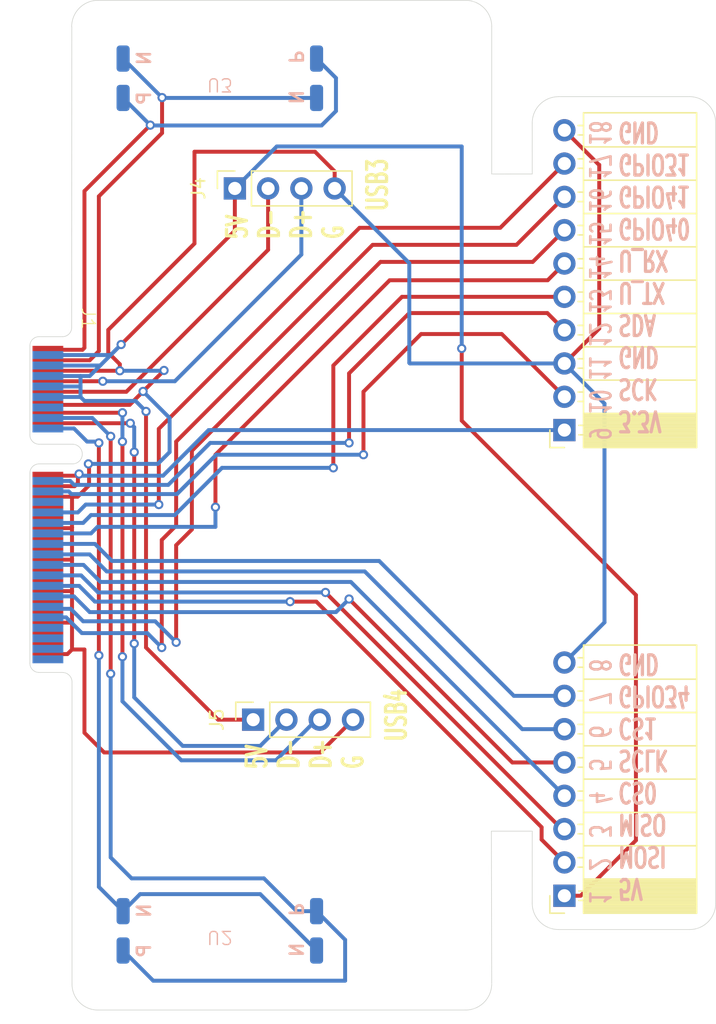
<source format=kicad_pcb>
(kicad_pcb (version 20241229) (generator "pcbnew") (generator_version "9.0")
  (layers (0 "F.Cu" signal) (2 "B.Cu" signal) (13 "F.Paste" user) (15 "B.Paste" user) (5 "F.SilkS" user "F.Silkscreen") (7 "B.SilkS" user "B.Silkscreen") (1 "F.Mask" user) (3 "B.Mask" user) (25 "Edge.Cuts" user))
  (net 0 "")
  (net 1 "+5V")
  (net 2 "GND")
  (net 3 "+3.3V")
  (net 4 "TXD0")
  (net 5 "RXD0")
  (net 6 "CTS0")
  (net 9 "SDA")
  (net 10 "RTS0")
  (net 11 "SPI_MOSI")
  (net 12 "USB3_DN")
  (net 13 "USB3_DP")
  (net 15 "GPIO40")
  (net 16 "USB4_DP")
  (net 17 "SPI_SCLK")
  (net 24 "SCL")
  (net 25 "SPI_MISO")
  (net 28 "SPI_CE0")
  (net 30 "SPI_CE1")
  (net 32 "GPIO34")
  (net 34 "USB4_DN")
  (net 35 "GPIO41")
  (net 36 "/SPK_RN")
  (net 37 "/SPK_LN")
  (net 38 "/SPK_RP")
  (net 39 "/SPK_LP")
  (footprint "Connector_PinSocket_2.54mm:PinSocket_1x04_P2.54mm_Vertical" (layer "F.Cu") (at 119.68 93.4 90)
    (property "Reference" "J5" (at 0 -2.77 90) (layer "F.SilkS"))
    (property "Value" "USB2" (hide yes))
    (fp_line (start 1.33 -1.33) (end 1.33 0) (stroke (width 0.12)) (layer "F.SilkS"))
    (fp_line (start 0 -1.33) (end 1.33 -1.33) (stroke (width 0.12)) (layer "F.SilkS"))
    (fp_line (start 1.33 1.27) (end 1.33 8.95) (stroke (width 0.12)) (layer "F.SilkS"))
    (fp_line (start -1.33 1.27) (end 1.33 1.27) (stroke (width 0.12)) (layer "F.SilkS"))
    (fp_line (start -1.33 1.27) (end -1.33 8.95) (stroke (width 0.12)) (layer "F.SilkS"))
    (fp_line (start -1.33 8.95) (end 1.33 8.95) (stroke (width 0.12)) (layer "F.SilkS"))
    (pad "1" thru_hole rect (at 0 0 90) (size 1.7 1.7) (drill 1) (layers "*.Cu" "*.Mask") (net 1 "+5V"))
    (pad "2" thru_hole circle (at 0 2.54 90) (size 1.7 1.7) (drill 1) (layers "*.Cu" "*.Mask") (net 34 "USB4_DN"))
    (pad "3" thru_hole circle (at 0 5.08 90) (size 1.7 1.7) (drill 1) (layers "*.Cu" "*.Mask") (net 16 "USB4_DP"))
    (pad "4" thru_hole circle (at 0 7.62 90) (size 1.7 1.7) (drill 1) (layers "*.Cu" "*.Mask") (net 2 "GND"))
  )
  (footprint "Connector_PinSocket_2.54mm:PinSocket_1x10_P2.54mm_Horizontal" (layer "F.Cu") (at 143.440164 71.322884 180)
    (property "Reference" "J3" (hide yes))
    (property "Value" "F0_2" (hide yes))
    (fp_line (start 1.11 -1.33) (end 1.11 0) (stroke (width 0.12)) (layer "F.SilkS"))
    (fp_line (start 0 -1.33) (end 1.11 -1.33) (stroke (width 0.12)) (layer "F.SilkS"))
    (fp_line (start -1.46 23.22) (end -1.05 23.22) (stroke (width 0.12)) (layer "F.SilkS"))
    (fp_line (start -1.46 22.5) (end -1.05 22.5) (stroke (width 0.12)) (layer "F.SilkS"))
    (fp_line (start -1.46 20.68) (end -1.05 20.68) (stroke (width 0.12)) (layer "F.SilkS"))
    (fp_line (start -1.46 19.96) (end -1.05 19.96) (stroke (width 0.12)) (layer "F.SilkS"))
    (fp_line (start -1.46 18.14) (end -1.05 18.14) (stroke (width 0.12)) (layer "F.SilkS"))
    (fp_line (start -1.46 17.42) (end -1.05 17.42) (stroke (width 0.12)) (layer "F.SilkS"))
    (fp_line (start -1.46 15.6) (end -1.05 15.6) (stroke (width 0.12)) (layer "F.SilkS"))
    (fp_line (start -1.46 14.88) (end -1.05 14.88) (stroke (width 0.12)) (layer "F.SilkS"))
    (fp_line (start -1.46 13.06) (end -1.05 13.06) (stroke (width 0.12)) (layer "F.SilkS"))
    (fp_line (start -1.46 12.34) (end -1.05 12.34) (stroke (width 0.12)) (layer "F.SilkS"))
    (fp_line (start -1.46 10.52) (end -1.05 10.52) (stroke (width 0.12)) (layer "F.SilkS"))
    (fp_line (start -1.46 9.8) (end -1.05 9.8) (stroke (width 0.12)) (layer "F.SilkS"))
    (fp_line (start -1.46 7.98) (end -1.05 7.98) (stroke (width 0.12)) (layer "F.SilkS"))
    (fp_line (start -1.46 7.26) (end -1.05 7.26) (stroke (width 0.12)) (layer "F.SilkS"))
    (fp_line (start -1.46 5.44) (end -1.05 5.44) (stroke (width 0.12)) (layer "F.SilkS"))
    (fp_line (start -1.46 4.72) (end -1.05 4.72) (stroke (width 0.12)) (layer "F.SilkS"))
    (fp_line (start -1.46 2.9) (end -1.05 2.9) (stroke (width 0.12)) (layer "F.SilkS"))
    (fp_line (start -1.46 2.18) (end -1.05 2.18) (stroke (width 0.12)) (layer "F.SilkS"))
    (fp_line (start -1.46 0.36) (end -1.11 0.36) (stroke (width 0.12)) (layer "F.SilkS"))
    (fp_line (start -1.46 -0.36) (end -1.11 -0.36) (stroke (width 0.12)) (layer "F.SilkS"))
    (fp_line (start -1.46 -1.33) (end -1.46 24.19) (stroke (width 0.12)) (layer "F.SilkS"))
    (fp_line (start -10.09 24.19) (end -1.46 24.19) (stroke (width 0.12)) (layer "F.SilkS"))
    (fp_line (start -10.09 21.59) (end -1.46 21.59) (stroke (width 0.12)) (layer "F.SilkS"))
    (fp_line (start -10.09 19.05) (end -1.46 19.05) (stroke (width 0.12)) (layer "F.SilkS"))
    (fp_line (start -10.09 16.51) (end -1.46 16.51) (stroke (width 0.12)) (layer "F.SilkS"))
    (fp_line (start -10.09 13.97) (end -1.46 13.97) (stroke (width 0.12)) (layer "F.SilkS"))
    (fp_line (start -10.09 11.43) (end -1.46 11.43) (stroke (width 0.12)) (layer "F.SilkS"))
    (fp_line (start -10.09 8.89) (end -1.46 8.89) (stroke (width 0.12)) (layer "F.SilkS"))
    (fp_line (start -10.09 6.35) (end -1.46 6.35) (stroke (width 0.12)) (layer "F.SilkS"))
    (fp_line (start -10.09 3.81) (end -1.46 3.81) (stroke (width 0.12)) (layer "F.SilkS"))
    (fp_line (start -10.09 1.27) (end -1.46 1.27) (stroke (width 0.12)) (layer "F.SilkS"))
    (fp_line (start -10.09 1.1519) (end -1.46 1.1519) (stroke (width 0.12)) (layer "F.SilkS"))
    (fp_line (start -10.09 1.033805) (end -1.46 1.033805) (stroke (width 0.12)) (layer "F.SilkS"))
    (fp_line (start -10.09 0.91571) (end -1.46 0.91571) (stroke (width 0.12)) (layer "F.SilkS"))
    (fp_line (start -10.09 0.797615) (end -1.46 0.797615) (stroke (width 0.12)) (layer "F.SilkS"))
    (fp_line (start -10.09 0.67952) (end -1.46 0.67952) (stroke (width 0.12)) (layer "F.SilkS"))
    (fp_line (start -10.09 0.561425) (end -1.46 0.561425) (stroke (width 0.12)) (layer "F.SilkS"))
    (fp_line (start -10.09 0.44333) (end -1.46 0.44333) (stroke (width 0.12)) (layer "F.SilkS"))
    (fp_line (start -10.09 0.325235) (end -1.46 0.325235) (stroke (width 0.12)) (layer "F.SilkS"))
    (fp_line (start -10.09 0.20714) (end -1.46 0.20714) (stroke (width 0.12)) (layer "F.SilkS"))
    (fp_line (start -10.09 0.089045) (end -1.46 0.089045) (stroke (width 0.12)) (layer "F.SilkS"))
    (fp_line (start -10.09 -0.02905) (end -1.46 -0.02905) (stroke (width 0.12)) (layer "F.SilkS"))
    (fp_line (start -10.09 -0.147145) (end -1.46 -0.147145) (stroke (width 0.12)) (layer "F.SilkS"))
    (fp_line (start -10.09 -0.26524) (end -1.46 -0.26524) (stroke (width 0.12)) (layer "F.SilkS"))
    (fp_line (start -10.09 -0.383335) (end -1.46 -0.383335) (stroke (width 0.12)) (layer "F.SilkS"))
    (fp_line (start -10.09 -0.50143) (end -1.46 -0.50143) (stroke (width 0.12)) (layer "F.SilkS"))
    (fp_line (start -10.09 -0.619525) (end -1.46 -0.619525) (stroke (width 0.12)) (layer "F.SilkS"))
    (fp_line (start -10.09 -0.73762) (end -1.46 -0.73762) (stroke (width 0.12)) (layer "F.SilkS"))
    (fp_line (start -10.09 -0.855715) (end -1.46 -0.855715) (stroke (width 0.12)) (layer "F.SilkS"))
    (fp_line (start -10.09 -0.97381) (end -1.46 -0.97381) (stroke (width 0.12)) (layer "F.SilkS"))
    (fp_line (start -10.09 -1.091905) (end -1.46 -1.091905) (stroke (width 0.12)) (layer "F.SilkS"))
    (fp_line (start -10.09 -1.21) (end -1.46 -1.21) (stroke (width 0.12)) (layer "F.SilkS"))
    (fp_line (start -10.09 -1.33) (end -1.46 -1.33) (stroke (width 0.12)) (layer "F.SilkS"))
    (fp_line (start -10.09 -1.33) (end -10.09 24.19) (stroke (width 0.12)) (layer "F.SilkS"))
    (pad "1" thru_hole rect (at 0 0 180) (size 1.7 1.7) (drill 1) (layers "*.Cu" "*.Mask") (net 3 "+3.3V"))
    (pad "2" thru_hole circle (at 0 2.54 180) (size 1.7 1.7) (drill 1) (layers "*.Cu" "*.Mask") (net 24 "SCL"))
    (pad "3" thru_hole circle (at 0 5.08 180) (size 1.7 1.7) (drill 1) (layers "*.Cu" "*.Mask") (net 2 "GND"))
    (pad "4" thru_hole circle (at 0 7.62 180) (size 1.7 1.7) (drill 1) (layers "*.Cu" "*.Mask") (net 9 "SDA"))
    (pad "5" thru_hole circle (at 0 10.16 180) (size 1.7 1.7) (drill 1) (layers "*.Cu" "*.Mask") (net 4 "TXD0"))
    (pad "6" thru_hole circle (at 0 12.7 180) (size 1.7 1.7) (drill 1) (layers "*.Cu" "*.Mask") (net 5 "RXD0"))
    (pad "7" thru_hole circle (at 0 15.24 180) (size 1.7 1.7) (drill 1) (layers "*.Cu" "*.Mask") (net 15 "GPIO40"))
    (pad "8" thru_hole circle (at 0 17.78 180) (size 1.7 1.7) (drill 1) (layers "*.Cu" "*.Mask") (net 35 "GPIO41"))
    (pad "9" thru_hole circle (at 0 20.32 180) (size 1.7 1.7) (drill 1) (layers "*.Cu" "*.Mask") (net 10 "RTS0"))
    (pad "10" thru_hole circle (at 0 22.86 180) (size 1.7 1.7) (drill 1) (layers "*.Cu" "*.Mask") (net 2 "GND"))
  )
  (footprint "uConsole:ext_connector" (layer "F.Cu") (at 102.5005 73.2 -90)
    (property "Reference" "J1" (at -10.38 -4.5995 270) (layer "F.SilkS") (effects (font (thickness 0.1))))
    (property "Value" "uConsoleEXT")
    (fp_line (start -1.5 -0.1345) (end -8.3 -0.1345) (stroke (width 0.05)) (layer "Edge.Cuts"))
    (fp_line (start 1.4 -0.1345) (end 15.9 -0.1345) (stroke (width 0.05)) (layer "Edge.Cuts"))
    (fp_line (start -9 -0.8345) (end -9 -2.6345) (stroke (width 0.05)) (layer "Edge.Cuts"))
    (fp_line (start -0.8 -0.8345) (end -0.8 -3.3845) (stroke (width 0.05)) (layer "Edge.Cuts"))
    (fp_line (start 0.7 -0.8345) (end 0.7 -3.3845) (stroke (width 0.05)) (layer "Edge.Cuts"))
    (fp_line (start 16.6 -0.8345) (end 16.6 -2.6345) (stroke (width 0.05)) (layer "Edge.Cuts"))
    (fp_arc (start -8.3 -0.1345) (mid -8.794975 -0.339525) (end -9 -0.8345) (stroke (width 0.05)) (layer "Edge.Cuts"))
    (fp_arc (start 1.4 -0.1345) (mid 0.905025 -0.339525) (end 0.7 -0.8345) (stroke (width 0.05)) (layer "Edge.Cuts"))
    (fp_arc (start -0.8 -0.8345) (mid -1.005025 -0.339525) (end -1.5 -0.1345) (stroke (width 0.05)) (layer "Edge.Cuts"))
    (fp_arc (start 16.6 -0.8345) (mid 16.394975 -0.339525) (end 15.9 -0.1345) (stroke (width 0.05)) (layer "Edge.Cuts"))
    (fp_arc (start -0.8 -3.3845) (mid -0.05 -4.1345) (end 0.7 -3.3845) (stroke (width 0.05)) (layer "Edge.Cuts"))
    (pad "1" smd rect (at -8 -1.5095 270) (size 0.6 2.35) (layers "F.Cu" "F.Mask") (net 39 "/SPK_LP"))
    (pad "2" smd rect (at -7.6 -1.5095 270) (size 0.6 2.35) (layers "B.Cu" "B.Mask") (net 1 "+5V"))
    (pad "3" smd rect (at -7.2 -1.5095 270) (size 0.6 2.35) (layers "F.Cu" "F.Mask") (net 37 "/SPK_LN"))
    (pad "4" smd rect (at -6.8 -1.5095 270) (size 0.6 2.35) (layers "B.Cu" "B.Mask") (net 1 "+5V"))
    (pad "5" smd rect (at -6.4 -1.5095 270) (size 0.6 2.35) (layers "F.Cu" "F.Mask") (net 2 "GND"))
    (pad "6" smd rect (at -6 -1.5095 270) (size 0.6 2.35) (layers "B.Cu" "B.Mask") (net 1 "+5V"))
    (pad "7" smd rect (at -5.6 -1.5095 270) (size 0.6 2.35) (layers "F.Cu" "F.Mask") (net 13 "USB3_DP"))
    (pad "8" smd rect (at -5.2 -1.5095 270) (size 0.6 2.35) (layers "B.Cu" "B.Mask") (net 1 "+5V"))
    (pad "9" smd rect (at -4.8 -1.5095 270) (size 0.6 2.35) (layers "F.Cu" "F.Mask") (net 12 "USB3_DN"))
    (pad "10" smd rect (at -4.4 -1.5095 270) (size 0.6 2.35) (layers "B.Cu" "B.Mask") (net 1 "+5V"))
    (pad "11" smd rect (at -4 -1.5095 270) (size 0.6 2.35) (layers "F.Cu" "F.Mask") (net 2 "GND"))
    (pad "12" smd rect (at -3.6 -1.5095 270) (size 0.6 2.35) (layers "B.Cu" "B.Mask") (net 2 "GND"))
    (pad "13" smd rect (at -3.2 -1.5095 270) (size 0.6 2.35) (layers "F.Cu" "F.Mask") (net 16 "USB4_DP"))
    (pad "14" smd rect (at -2.8 -1.5095 270) (size 0.6 2.35) (layers "B.Cu" "B.Mask") (net 38 "/SPK_RP"))
    (pad "15" smd rect (at -2.4 -1.5095 270) (size 0.6 2.35) (layers "F.Cu" "F.Mask") (net 34 "USB4_DN"))
    (pad "16" smd rect (at -2 -1.5095 270) (size 0.6 2.35) (layers "B.Cu" "B.Mask") (net 36 "/SPK_RN"))
    (pad "17" smd rect (at 1.6 -1.50725 270) (size 0.6 2.35) (layers "F.Cu" "F.Mask") (net 3 "+3.3V"))
    (pad "18" smd rect (at 2 -1.5095 270) (size 0.6 2.35) (layers "B.Cu" "B.Mask") (net 9 "SDA"))
    (pad "19" smd rect (at 2.4 -1.5095 270) (size 0.6 2.35) (layers "F.Cu" "F.Mask") (net 3 "+3.3V"))
    (pad "20" smd rect (at 2.8 -1.5095 270) (size 0.6 2.35) (layers "B.Cu" "B.Mask") (net 24 "SCL"))
    (pad "21" smd rect (at 3.2 -1.5095 270) (size 0.6 2.35) (layers "F.Cu" "F.Mask") (net 2 "GND"))
    (pad "22" smd rect (at 3.6 -1.5095 270) (size 0.6 2.35) (layers "B.Cu" "B.Mask") (net 6 "CTS0"))
    (pad "23" smd rect (at 4 -1.5095 270) (size 0.6 2.35) (layers "F.Cu" "F.Mask"))
    (pad "24" smd rect (at 4.4 -1.5095 270) (size 0.6 2.35) (layers "B.Cu" "B.Mask") (net 10 "RTS0"))
    (pad "25" smd rect (at 4.8 -1.5095 270) (size 0.6 2.35) (layers "F.Cu" "F.Mask"))
    (pad "26" smd rect (at 5.2 -1.5095 270) (size 0.6 2.35) (layers "B.Cu" "B.Mask") (net 4 "TXD0"))
    (pad "27" smd rect (at 5.6 -1.5095 270) (size 0.6 2.35) (layers "F.Cu" "F.Mask") (net 2 "GND"))
    (pad "28" smd rect (at 6 -1.5095 270) (size 0.6 2.35) (layers "B.Cu" "B.Mask") (net 5 "RXD0"))
    (pad "29" smd rect (at 6.4 -1.5095 270) (size 0.6 2.35) (layers "F.Cu" "F.Mask"))
    (pad "30" smd rect (at 6.8 -1.5095 270) (size 0.6 2.35) (layers "B.Cu" "B.Mask") (net 32 "GPIO34"))
    (pad "31" smd rect (at 7.2 -1.5095 270) (size 0.6 2.35) (layers "F.Cu" "F.Mask"))
    (pad "32" smd rect (at 7.6 -1.5095 270) (size 0.6 2.35) (layers "B.Cu" "B.Mask") (net 30 "SPI_CE1"))
    (pad "33" smd rect (at 8 -1.5095 270) (size 0.6 2.35) (layers "F.Cu" "F.Mask") (net 2 "GND"))
    (pad "34" smd rect (at 8.4 -1.5095 270) (size 0.6 2.35) (layers "B.Cu" "B.Mask") (net 28 "SPI_CE0"))
    (pad "35" smd rect (at 8.8 -1.5095 270) (size 0.6 2.35) (layers "F.Cu" "F.Mask"))
    (pad "36" smd rect (at 9.2 -1.5095 270) (size 0.6 2.35) (layers "B.Cu" "B.Mask") (net 25 "SPI_MISO"))
    (pad "37" smd rect (at 9.6 -1.5095 270) (size 0.6 2.35) (layers "F.Cu" "F.Mask"))
    (pad "38" smd rect (at 10 -1.5095 270) (size 0.6 2.35) (layers "B.Cu" "B.Mask") (net 11 "SPI_MOSI"))
    (pad "39" smd rect (at 10.4 -1.5095 270) (size 0.6 2.35) (layers "F.Cu" "F.Mask") (net 2 "GND"))
    (pad "40" smd rect (at 10.8 -1.5095 270) (size 0.6 2.35) (layers "B.Cu" "B.Mask") (net 17 "SPI_SCLK"))
    (pad "41" smd rect (at 11.2 -1.5095 270) (size 0.6 2.35) (layers "F.Cu" "F.Mask"))
    (pad "42" smd rect (at 11.6 -1.5095 270) (size 0.6 2.35) (layers "B.Cu" "B.Mask") (net 15 "GPIO40"))
    (pad "43" smd rect (at 12 -1.5095 270) (size 0.6 2.35) (layers "F.Cu" "F.Mask"))
    (pad "44" smd rect (at 12.4 -1.5095 270) (size 0.6 2.35) (layers "B.Cu" "B.Mask") (net 35 "GPIO41"))
    (pad "45" smd rect (at 12.8 -1.5095 270) (size 0.6 2.35) (layers "F.Cu" "F.Mask") (net 2 "GND"))
    (pad "46" smd rect (at 13.2 -1.5095 270) (size 0.6 2.35) (layers "B.Cu" "B.Mask"))
    (pad "47" smd rect (at 13.6 -1.5095 270) (size 0.6 2.35) (layers "F.Cu" "F.Mask"))
    (pad "48" smd rect (at 14 -1.5095 270) (size 0.6 2.35) (layers "B.Cu" "B.Mask"))
    (pad "49" smd rect (at 14.4 -1.5095 270) (size 0.6 2.35) (layers "F.Cu" "F.Mask"))
    (pad "50" smd rect (at 14.8 -1.5095 270) (size 0.6 2.35) (layers "B.Cu" "B.Mask"))
    (pad "51" smd rect (at 15.2 -1.5095 270) (size 0.6 2.35) (layers "F.Cu" "F.Mask") (net 2 "GND"))
    (pad "52" smd rect (at 15.6 -1.5095 270) (size 0.6 2.35) (layers "B.Cu" "B.Mask"))
  )
  (footprint "Connector_PinSocket_2.54mm:PinSocket_1x04_P2.54mm_Vertical" (layer "F.Cu") (at 118.28 52.9 90)
    (property "Reference" "J4" (at 0 -2.77 90) (layer "F.SilkS"))
    (property "Value" "USB1" (hide yes))
    (fp_line (start 1.33 -1.33) (end 1.33 0) (stroke (width 0.12)) (layer "F.SilkS"))
    (fp_line (start 0 -1.33) (end 1.33 -1.33) (stroke (width 0.12)) (layer "F.SilkS"))
    (fp_line (start 1.33 1.27) (end 1.33 8.95) (stroke (width 0.12)) (layer "F.SilkS"))
    (fp_line (start -1.33 1.27) (end 1.33 1.27) (stroke (width 0.12)) (layer "F.SilkS"))
    (fp_line (start -1.33 1.27) (end -1.33 8.95) (stroke (width 0.12)) (layer "F.SilkS"))
    (fp_line (start -1.33 8.95) (end 1.33 8.95) (stroke (width 0.12)) (layer "F.SilkS"))
    (pad "1" thru_hole rect (at 0 0 90) (size 1.7 1.7) (drill 1) (layers "*.Cu" "*.Mask") (net 1 "+5V"))
    (pad "2" thru_hole circle (at 0 2.54 90) (size 1.7 1.7) (drill 1) (layers "*.Cu" "*.Mask") (net 12 "USB3_DN"))
    (pad "3" thru_hole circle (at 0 5.08 90) (size 1.7 1.7) (drill 1) (layers "*.Cu" "*.Mask") (net 13 "USB3_DP"))
    (pad "4" thru_hole circle (at 0 7.62 90) (size 1.7 1.7) (drill 1) (layers "*.Cu" "*.Mask") (net 2 "GND"))
  )
  (footprint "MountingHole:MountingHole_5.3mm_M5" (layer "F.Cu") (at 130.639761 44.467158)
    (property "Reference" "H1" (hide yes))
    (property "Value" "MountingHole" (hide yes))
    (pad "" np_thru_hole circle (at 0 0) (size 5.3 5.3) (drill 5.3) (layers "*.Cu" "*.Mask"))
  )
  (footprint "Connector_PinSocket_2.54mm:PinSocket_1x08_P2.54mm_Horizontal" (layer "F.Cu") (at 143.440164 106.822884 180)
    (property "Reference" "J2" (hide yes))
    (property "Value" "F0_1" (hide yes))
    (fp_line (start 1.11 -1.33) (end 1.11 0) (stroke (width 0.12)) (layer "F.SilkS"))
    (fp_line (start 0 -1.33) (end 1.11 -1.33) (stroke (width 0.12)) (layer "F.SilkS"))
    (fp_line (start -1.46 18.14) (end -1.05 18.14) (stroke (width 0.12)) (layer "F.SilkS"))
    (fp_line (start -1.46 17.42) (end -1.05 17.42) (stroke (width 0.12)) (layer "F.SilkS"))
    (fp_line (start -1.46 15.6) (end -1.05 15.6) (stroke (width 0.12)) (layer "F.SilkS"))
    (fp_line (start -1.46 14.88) (end -1.05 14.88) (stroke (width 0.12)) (layer "F.SilkS"))
    (fp_line (start -1.46 13.06) (end -1.05 13.06) (stroke (width 0.12)) (layer "F.SilkS"))
    (fp_line (start -1.46 12.34) (end -1.05 12.34) (stroke (width 0.12)) (layer "F.SilkS"))
    (fp_line (start -1.46 10.52) (end -1.05 10.52) (stroke (width 0.12)) (layer "F.SilkS"))
    (fp_line (start -1.46 9.8) (end -1.05 9.8) (stroke (width 0.12)) (layer "F.SilkS"))
    (fp_line (start -1.46 7.98) (end -1.05 7.98) (stroke (width 0.12)) (layer "F.SilkS"))
    (fp_line (start -1.46 7.26) (end -1.05 7.26) (stroke (width 0.12)) (layer "F.SilkS"))
    (fp_line (start -1.46 5.44) (end -1.05 5.44) (stroke (width 0.12)) (layer "F.SilkS"))
    (fp_line (start -1.46 4.72) (end -1.05 4.72) (stroke (width 0.12)) (layer "F.SilkS"))
    (fp_line (start -1.46 2.9) (end -1.05 2.9) (stroke (width 0.12)) (layer "F.SilkS"))
    (fp_line (start -1.46 2.18) (end -1.05 2.18) (stroke (width 0.12)) (layer "F.SilkS"))
    (fp_line (start -1.46 0.36) (end -1.11 0.36) (stroke (width 0.12)) (layer "F.SilkS"))
    (fp_line (start -1.46 -0.36) (end -1.11 -0.36) (stroke (width 0.12)) (layer "F.SilkS"))
    (fp_line (start -1.46 -1.33) (end -1.46 19.11) (stroke (width 0.12)) (layer "F.SilkS"))
    (fp_line (start -10.09 19.11) (end -1.46 19.11) (stroke (width 0.12)) (layer "F.SilkS"))
    (fp_line (start -10.09 16.51) (end -1.46 16.51) (stroke (width 0.12)) (layer "F.SilkS"))
    (fp_line (start -10.09 13.97) (end -1.46 13.97) (stroke (width 0.12)) (layer "F.SilkS"))
    (fp_line (start -10.09 11.43) (end -1.46 11.43) (stroke (width 0.12)) (layer "F.SilkS"))
    (fp_line (start -10.09 8.89) (end -1.46 8.89) (stroke (width 0.12)) (layer "F.SilkS"))
    (fp_line (start -10.09 6.35) (end -1.46 6.35) (stroke (width 0.12)) (layer "F.SilkS"))
    (fp_line (start -10.09 3.81) (end -1.46 3.81) (stroke (width 0.12)) (layer "F.SilkS"))
    (fp_line (start -10.09 1.27) (end -1.46 1.27) (stroke (width 0.12)) (layer "F.SilkS"))
    (fp_line (start -10.09 1.1519) (end -1.46 1.1519) (stroke (width 0.12)) (layer "F.SilkS"))
    (fp_line (start -10.09 1.033805) (end -1.46 1.033805) (stroke (width 0.12)) (layer "F.SilkS"))
    (fp_line (start -10.09 0.91571) (end -1.46 0.91571) (stroke (width 0.12)) (layer "F.SilkS"))
    (fp_line (start -10.09 0.797615) (end -1.46 0.797615) (stroke (width 0.12)) (layer "F.SilkS"))
    (fp_line (start -10.09 0.67952) (end -1.46 0.67952) (stroke (width 0.12)) (layer "F.SilkS"))
    (fp_line (start -10.09 0.561425) (end -1.46 0.561425) (stroke (width 0.12)) (layer "F.SilkS"))
    (fp_line (start -10.09 0.44333) (end -1.46 0.44333) (stroke (width 0.12)) (layer "F.SilkS"))
    (fp_line (start -10.09 0.325235) (end -1.46 0.325235) (stroke (width 0.12)) (layer "F.SilkS"))
    (fp_line (start -10.09 0.20714) (end -1.46 0.20714) (stroke (width 0.12)) (layer "F.SilkS"))
    (fp_line (start -10.09 0.089045) (end -1.46 0.089045) (stroke (width 0.12)) (layer "F.SilkS"))
    (fp_line (start -10.09 -0.02905) (end -1.46 -0.02905) (stroke (width 0.12)) (layer "F.SilkS"))
    (fp_line (start -10.09 -0.147145) (end -1.46 -0.147145) (stroke (width 0.12)) (layer "F.SilkS"))
    (fp_line (start -10.09 -0.26524) (end -1.46 -0.26524) (stroke (width 0.12)) (layer "F.SilkS"))
    (fp_line (start -10.09 -0.383335) (end -1.46 -0.383335) (stroke (width 0.12)) (layer "F.SilkS"))
    (fp_line (start -10.09 -0.50143) (end -1.46 -0.50143) (stroke (width 0.12)) (layer "F.SilkS"))
    (fp_line (start -10.09 -0.619525) (end -1.46 -0.619525) (stroke (width 0.12)) (layer "F.SilkS"))
    (fp_line (start -10.09 -0.73762) (end -1.46 -0.73762) (stroke (width 0.12)) (layer "F.SilkS"))
    (fp_line (start -10.09 -0.855715) (end -1.46 -0.855715) (stroke (width 0.12)) (layer "F.SilkS"))
    (fp_line (start -10.09 -0.97381) (end -1.46 -0.97381) (stroke (width 0.12)) (layer "F.SilkS"))
    (fp_line (start -10.09 -1.091905) (end -1.46 -1.091905) (stroke (width 0.12)) (layer "F.SilkS"))
    (fp_line (start -10.09 -1.21) (end -1.46 -1.21) (stroke (width 0.12)) (layer "F.SilkS"))
    (fp_line (start -10.09 -1.33) (end -1.46 -1.33) (stroke (width 0.12)) (layer "F.SilkS"))
    (fp_line (start -10.09 -1.33) (end -10.09 19.11) (stroke (width 0.12)) (layer "F.SilkS"))
    (pad "1" thru_hole rect (at 0 0 180) (size 1.7 1.7) (drill 1) (layers "*.Cu" "*.Mask") (net 1 "+5V"))
    (pad "2" thru_hole circle (at 0 2.54 180) (size 1.7 1.7) (drill 1) (layers "*.Cu" "*.Mask") (net 11 "SPI_MOSI"))
    (pad "3" thru_hole circle (at 0 5.08 180) (size 1.7 1.7) (drill 1) (layers "*.Cu" "*.Mask") (net 25 "SPI_MISO"))
    (pad "4" thru_hole circle (at 0 7.62 180) (size 1.7 1.7) (drill 1) (layers "*.Cu" "*.Mask") (net 28 "SPI_CE0"))
    (pad "5" thru_hole circle (at 0 10.16 180) (size 1.7 1.7) (drill 1) (layers "*.Cu" "*.Mask") (net 17 "SPI_SCLK"))
    (pad "6" thru_hole circle (at 0 12.7 180) (size 1.7 1.7) (drill 1) (layers "*.Cu" "*.Mask") (net 30 "SPI_CE1"))
    (pad "7" thru_hole circle (at 0 15.24 180) (size 1.7 1.7) (drill 1) (layers "*.Cu" "*.Mask") (net 32 "GPIO34"))
    (pad "8" thru_hole circle (at 0 17.78 180) (size 1.7 1.7) (drill 1) (layers "*.Cu" "*.Mask") (net 2 "GND"))
  )
  (footprint "MountingHole:MountingHole_5.3mm_M5" (layer "F.Cu") (at 130.639761 109.467158)
    (property "Reference" "H2" (hide yes))
    (property "Value" "MountingHole")
    (pad "" np_thru_hole circle (at 0 0) (size 5.3 5.3) (drill 5.3) (layers "*.Cu" "*.Mask"))
  )
  (footprint "uconsole:speaker pads" (layer "B.Cu") (at 117.135 109.5)
    (property "Reference" "U2" (at 0 0.5 180) (layer "B.SilkS") (effects (font (thickness 0.1)) (justify mirror)))
    (property "Value" "Speaker")
    (fp_text user "P" (at 5.2 -1 270) (layer "B.SilkS") (effects (font (thickness 0.2) (bold yes)) (justify left bottom mirror)))
    (fp_text user "N" (at 5.2 2.1 270) (layer "B.SilkS") (effects (font (thickness 0.2) (bold yes)) (justify left bottom mirror)))
    (fp_text user "N" (at -5.2 -2.2 90) (layer "B.SilkS") (effects (font (thickness 0.2) (bold yes)) (justify left bottom mirror)))
    (fp_text user "P" (at -5.2 0.9 90) (layer "B.SilkS") (effects (font (thickness 0.2) (bold yes)) (justify left bottom mirror)))
    (pad "1" connect roundrect (at -7.385 1.5) (size 1 2) (layers "B.Cu" "B.Mask") (net 38 "/SPK_RP"))
    (pad "2" connect roundrect (at -7.385 -1.5) (size 1 2) (layers "B.Cu" "B.Mask") (net 36 "/SPK_RN"))
    (pad "3" connect roundrect (at 7.385 -1.5) (size 1 2) (layers "B.Cu" "B.Mask") (net 38 "/SPK_RP"))
    (pad "4" connect roundrect (at 7.385 1.5) (size 1 2) (layers "B.Cu" "B.Mask") (net 36 "/SPK_RN"))
  )
  (footprint "uconsole:speaker pads" (layer "B.Cu") (at 117.135 44.5)
    (property "Reference" "U3" (at 0 0.5 180) (layer "B.SilkS") (effects (font (thickness 0.1)) (justify mirror)))
    (property "Value" "Speaker")
    (fp_text user "P" (at -5.2 0.9 90) (layer "B.SilkS") (effects (font (thickness 0.2) (bold yes)) (justify left bottom mirror)))
    (fp_text user "N" (at -5.2 -2.2 90) (layer "B.SilkS") (effects (font (thickness 0.2) (bold yes)) (justify left bottom mirror)))
    (fp_text user "P" (at 5.2 -1 270) (layer "B.SilkS") (effects (font (thickness 0.2) (bold yes)) (justify left bottom mirror)))
    (fp_text user "N" (at 5.2 2.1 270) (layer "B.SilkS") (effects (font (thickness 0.2) (bold yes)) (justify left bottom mirror)))
    (pad "1" connect roundrect (at -7.385 1.5) (size 1 2) (layers "B.Cu" "B.Mask") (net 39 "/SPK_LP"))
    (pad "2" connect roundrect (at -7.385 -1.5) (size 1 2) (layers "B.Cu" "B.Mask") (net 37 "/SPK_LN"))
    (pad "3" connect roundrect (at 7.385 -1.5) (size 1 2) (layers "B.Cu" "B.Mask") (net 39 "/SPK_LP"))
    (pad "4" connect roundrect (at 7.385 1.5) (size 1 2) (layers "B.Cu" "B.Mask") (net 37 "/SPK_LN"))
  )
  (gr_line (start 107.840761 38.558558) (end 135.890176 38.558558) (stroke (width 0.05)) (layer "Edge.Cuts"))
  (gr_line (start 140.984843 101.9) (end 137.864786 101.9) (stroke (width 0.05)) (layer "Edge.Cuts"))
  (gr_line (start 152.984497 109.4) (end 142.985824 109.4) (stroke (width 0.05)) (layer "Edge.Cuts"))
  (gr_arc (start 140.984015 47.907184) (mid 141.570099 46.491482) (end 142.985667 45.904999) (stroke (width 0.05)) (layer "Edge.Cuts"))
  (gr_line (start 142.985667 45.9) (end 152.98434 45.9) (stroke (width 0.05)) (layer "Edge.Cuts"))
  (gr_line (start 140.984843 51.798203) (end 140.984015 47.906642) (stroke (width 0.05)) (layer "Edge.Cuts"))
  (gr_arc (start 107.824503 115.537019) (mid 106.428239 114.958529) (end 105.85 113.562161) (stroke (width 0.05)) (layer "Edge.Cuts"))
  (gr_line (start 105.85 113.562161) (end 105.85 90.52) (stroke (width 0.05)) (layer "Edge.Cuts"))
  (gr_line (start 137.890705 51.8) (end 140.984843 51.798203) (stroke (width 0.05)) (layer "Edge.Cuts"))
  (gr_arc (start 135.890176 38.558558) (mid 137.305918 39.144625) (end 137.892361 40.56021) (stroke (width 0.05)) (layer "Edge.Cuts"))
  (gr_arc (start 105.825237 63.500309) (mid 105.622238 63.992931) (end 105.131292 64.2) (stroke (width 0.05)) (layer "Edge.Cuts"))
  (gr_line (start 137.864786 101.9) (end 137.890617 113.508192) (stroke (width 0.05)) (layer "Edge.Cuts"))
  (gr_arc (start 142.985824 109.397509) (mid 141.570122 108.811425) (end 140.983639 107.395857) (stroke (width 0.05)) (layer "Edge.Cuts"))
  (gr_arc (start 105.824451 40.566452) (mid 106.415997 39.144151) (end 107.840761 38.558559) (stroke (width 0.05)) (layer "Edge.Cuts"))
  (gr_line (start 154.986525 47.907027) (end 154.986149 107.406242) (stroke (width 0.05)) (layer "Edge.Cuts"))
  (gr_line (start 140.983639 107.395857) (end 140.984843 101.9) (stroke (width 0.05)) (layer "Edge.Cuts"))
  (gr_arc (start 154.990082 107.405702) (mid 154.406308 108.815834) (end 152.996315 109.4) (stroke (width 0.05)) (layer "Edge.Cuts"))
  (gr_line (start 137.89072 40.560209) (end 137.890705 51.8) (stroke (width 0.05)) (layer "Edge.Cuts"))
  (gr_arc (start 137.890617 113.565365) (mid 137.294757 114.961285) (end 135.890416 115.537019) (stroke (width 0.05)) (layer "Edge.Cuts"))
  (gr_arc (start 105.160024 89.80375) (mid 105.647707 90.024415) (end 105.85 90.52) (stroke (width 0.05)) (layer "Edge.Cuts"))
  (gr_line (start 105.825237 63.517782) (end 105.834069 40.566461) (stroke (width 0.05)) (layer "Edge.Cuts"))
  (gr_line (start 135.890416 115.537019) (end 107.824503 115.537019) (stroke (width 0.05)) (layer "Edge.Cuts"))
  (gr_arc (start 152.98434 45.901442) (mid 154.400054 46.487524) (end 154.986525 47.903094) (stroke (width 0.05)) (layer "Edge.Cuts"))
  (gr_text "5V\nD-\nD+\nG" (at 126.7 56.9 90) (layer "F.SilkS") (effects (font (size 1.52 1) (thickness 0.25) (bold yes)) (justify left bottom)))
  (gr_text "USB3" (at 130.06 54.77 90) (layer "F.SilkS") (effects (font (size 1.52 1) (thickness 0.25) (bold yes)) (justify left bottom)))
  (gr_text "USB4" (at 131.5 95.2 90) (layer "F.SilkS") (effects (font (size 1.52 1) (thickness 0.25) (bold yes)) (justify left bottom)))
  (gr_text "5V\nD-\nD+\nG" (at 128.2 97.3 90) (layer "F.SilkS") (effects (font (size 1.52 1) (thickness 0.25) (bold yes)) (justify left bottom)))
  (gr_text "3.3V\nSCK\nGND\nSDA\nU_TX\nU_RX\nGPIO40\nGPIO41\nGPIO31\nGND" (at 147.420082 59.611442 180) (layer "B.SilkS") (effects (font (size 1.52 1) (thickness 0.25)) (justify left mirror)))
  (gr_text "9" (at 146.120082 71.611442 270) (layer "B.SilkS") (effects (font (size 1.54 0.96) (thickness 0.2)) (justify mirror)))
  (gr_text "1  2  3  4  5  6  7  8" (at 146.120082 98.111442 270) (layer "B.SilkS") (effects (font (size 1.54 1.02) (thickness 0.2)) (justify mirror)))
  (gr_text "5V\nMOSI\nMISO\nCS0\nSCLK\nCS1\nGPIO34\nGND" (at 147.420082 97.711442 180) (layer "B.SilkS") (effects (font (size 1.52 1) (thickness 0.25)) (justify left mirror)))
  (gr_text "10 11 12 13 14 15 16 17 18" (at 146.120082 58.911442 270) (layer "B.SilkS") (effects (font (size 1.54 0.96) (thickness 0.2)) (justify mirror)))
  (segment (start 111.5 87.9) (end 117 93.4) (width 0.3) (layer "F.Cu") (net 1))
  (segment (start 144.677116 106.822884) (end 143.440164 106.822884) (width 0.3) (layer "F.Cu") (net 1))
  (segment (start 148.9 102.6) (end 144.677116 106.822884) (width 0.3) (layer "F.Cu") (net 1))
  (segment (start 117 93.4) (end 119.68 93.4) (width 0.3) (layer "F.Cu") (net 1))
  (segment (start 109.6 64.8) (end 118.28 56.12) (width 0.3) (layer "F.Cu") (net 1))
  (segment (start 148.9 83.9) (end 148.9 102.6) (width 0.3) (layer "F.Cu") (net 1))
  (segment (start 135.6 70.6) (end 148.9 83.9) (width 0.3) (layer "F.Cu") (net 1))
  (segment (start 118.28 56.12) (end 118.28 52.9) (width 0.3) (layer "F.Cu") (net 1))
  (segment (start 135.6 65.1) (end 135.6 70.6) (width 0.3) (layer "F.Cu") (net 1))
  (segment (start 111.5 69.9) (end 111.5 87.9) (width 0.3) (layer "F.Cu") (net 1))
  (via (at 135.6 65.1) (size 0.7) (drill 0.4) (layers "F.Cu" "B.Cu") (net 1))
  (via (at 109.6 64.8) (size 0.7) (drill 0.4) (layers "F.Cu" "B.Cu") (net 1))
  (via (at 111.5 69.9) (size 0.7) (drill 0.4) (layers "F.Cu" "B.Cu") (net 1))
  (segment (start 109.6 64.8) (end 107.2 67.2) (width 0.3) (layer "B.Cu") (net 1))
  (segment (start 104 68.8) (end 106.5 68.8) (width 0.3) (layer "B.Cu") (net 1))
  (segment (start 108 66.4) (end 104 66.4) (width 0.3) (layer "B.Cu") (net 1))
  (segment (start 108.8 65.6) (end 104 65.6) (width 0.3) (layer "B.Cu") (net 1))
  (segment (start 111.5 69.9) (end 110.7 69.1) (width 0.3) (layer "B.Cu") (net 1))
  (segment (start 121.48 49.7) (end 118.28 52.9) (width 0.3) (layer "B.Cu") (net 1))
  (segment (start 109.6 64.8) (end 108.8 65.6) (width 0.3) (layer "B.Cu") (net 1))
  (segment (start 135.6 65.1) (end 135.6 49.7) (width 0.3) (layer "B.Cu") (net 1))
  (segment (start 106.5 68.8) (end 106.5 68) (width 0.3) (layer "B.Cu") (net 1))
  (segment (start 106.8 69.1) (end 106.5 68.8) (width 0.3) (layer "B.Cu") (net 1))
  (segment (start 107.2 67.2) (end 106.5 67.2) (width 0.3) (layer "B.Cu") (net 1))
  (segment (start 106.5 68) (end 104 68) (width 0.3) (layer "B.Cu") (net 1))
  (segment (start 104 67.2) (end 106.5 67.2) (width 0.3) (layer "B.Cu") (net 1))
  (segment (start 135.6 49.7) (end 121.48 49.7) (width 0.3) (layer "B.Cu") (net 1))
  (segment (start 110.7 69.1) (end 106.8 69.1) (width 0.3) (layer "B.Cu") (net 1))
  (segment (start 106.5 67.2) (end 106.5 68) (width 0.3) (layer "B.Cu") (net 1))
  (segment (start 104.21 69.4) (end 110.25 69.4) (width 0.3) (layer "F.Cu") (net 2))
  (segment (start 107.151 75.532863) (end 107.151 73.951) (width 0.3) (layer "F.Cu") (net 2))
  (segment (start 124.4 50.1) (end 125.9 51.6) (width 0.3) (layer "F.Cu") (net 2))
  (segment (start 104 66.8) (end 109.5 66.8) (width 0.3) (layer "F.Cu") (net 2))
  (segment (start 110.25 69.4) (end 111.275 68.375) (width 0.3) (layer "F.Cu") (net 2))
  (segment (start 105.95 76.4) (end 105.85 76.5) (width 0.3) (layer "F.Cu") (net 2))
  (segment (start 105.85 76.5) (end 105.85 78.75) (width 0.3) (layer "F.Cu") (net 2))
  (segment (start 105.85 88.05) (end 106.8 88.05) (width 0.3) (layer "F.Cu") (net 2))
  (segment (start 104.01 69.2) (end 104.21 69.4) (width 0.3) (layer "F.Cu") (net 2))
  (segment (start 104 78.8) (end 105.8 78.8) (width 0.3) (layer "F.Cu") (net 2))
  (segment (start 109.5 66.8) (end 109.5 66.3) (width 0.3) (layer "F.Cu") (net 2))
  (segment (start 104 86) (end 105.85 86) (width 0.3) (layer "F.Cu") (net 2))
  (segment (start 106.283863 76.4) (end 107.151 75.532863) (width 0.3) (layer "F.Cu") (net 2))
  (segment (start 146.07728 51.1) (end 146.1 51.1) (width 0.3) (layer "F.Cu") (net 2))
  (segment (start 107.151 73.951) (end 107.1 73.9) (width 0.3) (layer "F.Cu") (net 2))
  (segment (start 104 76.4) (end 105.95 76.4) (width 0.3) (layer "F.Cu") (net 2))
  (segment (start 146.1 63.583048) (end 143.440164 66.242884) (width 0.3) (layer "F.Cu") (net 2))
  (segment (start 106.8 94.4) (end 108.3 95.9) (width 0.3) (layer "F.Cu") (net 2))
  (segment (start 105.85 86) (end 105.85 88.05) (width 0.3) (layer "F.Cu") (net 2))
  (segment (start 105.95 76.4) (end 106.283863 76.4) (width 0.3) (layer "F.Cu") (net 2))
  (segment (start 105.85 81.15) (end 105.8 81.2) (width 0.3) (layer "F.Cu") (net 2))
  (segment (start 108.618471 65.418471) (end 108.618471 63.681529) (width 0.3) (layer "F.Cu") (net 2))
  (segment (start 108.618471 63.681529) (end 115.2 57.1) (width 0.3) (layer "F.Cu") (net 2))
  (segment (start 109.5 66.3) (end 108.618471 65.418471) (width 0.3) (layer "F.Cu") (net 2))
  (segment (start 104 81.2) (end 105.8 81.2) (width 0.3) (layer "F.Cu") (net 2))
  (segment (start 115.2 50.1) (end 124.4 50.1) (width 0.3) (layer "F.Cu") (net 2))
  (segment (start 105.8 81.2) (end 105.85 81.25) (width 0.3) (layer "F.Cu") (net 2))
  (segment (start 124.8 95.9) (end 127.3 93.4) (width 0.3) (layer "F.Cu") (net 2))
  (segment (start 105.85 83.6) (end 105.85 86) (width 0.3) (layer "F.Cu") (net 2))
  (segment (start 105.85 81.25) (end 105.85 83.6) (width 0.3) (layer "F.Cu") (net 2))
  (segment (start 125.9 51.6) (end 125.9 52.9) (width 0.3) (layer "F.Cu") (net 2))
  (segment (start 105.85 78.75) (end 105.85 81.15) (width 0.3) (layer "F.Cu") (net 2))
  (segment (start 143.440164 48.462884) (end 146.07728 51.1) (width 0.3) (layer "F.Cu") (net 2))
  (segment (start 111.275 68.375) (end 112.875 66.775) (width 0.3) (layer "F.Cu") (net 2))
  (segment (start 104 83.6) (end 105.85 83.6) (width 0.3) (layer "F.Cu") (net 2))
  (segment (start 105.8 78.8) (end 105.85 78.75) (width 0.3) (layer "F.Cu") (net 2))
  (segment (start 115.2 57.1) (end 115.2 50.1) (width 0.3) (layer "F.Cu") (net 2))
  (segment (start 105.5 88.4) (end 104 88.4) (width 0.3) (layer "F.Cu") (net 2))
  (segment (start 105.85 88.05) (end 105.5 88.4) (width 0.3) (layer "F.Cu") (net 2))
  (segment (start 108.3 95.9) (end 124.8 95.9) (width 0.3) (layer "F.Cu") (net 2))
  (segment (start 146.1 51.1) (end 146.1 63.583048) (width 0.3) (layer "F.Cu") (net 2))
  (segment (start 106.8 88.05) (end 106.8 94.4) (width 0.3) (layer "F.Cu") (net 2))
  (via (at 111.275 68.375) (size 0.7) (drill 0.4) (layers "F.Cu" "B.Cu") (net 2))
  (via (at 107.1 73.9) (size 0.7) (drill 0.4) (layers "F.Cu" "B.Cu") (net 2))
  (via (at 112.875 66.775) (size 0.7) (drill 0.4) (layers "F.Cu" "B.Cu") (net 2))
  (via (at 109.5 66.8) (size 0.7) (drill 0.4) (layers "F.Cu" "B.Cu") (net 2))
  (segment (start 146.5 85.983048) (end 143.440164 89.042884) (width 0.3) (layer "B.Cu") (net 2))
  (segment (start 111.275 68.375) (end 113.3 70.4) (width 0.3) (layer "B.Cu") (net 2))
  (segment (start 131.642884 66.242884) (end 131.6 66.2) (width 0.3) (layer "B.Cu") (net 2))
  (segment (start 131.6 58.6) (end 125.9 52.9) (width 0.3) (layer "B.Cu") (net 2))
  (segment (start 113.3 70.4) (end 113.3 73) (width 0.3) (layer "B.Cu") (net 2))
  (segment (start 113.3 73) (end 112.4 73.9) (width 0.3) (layer "B.Cu") (net 2))
  (segment (start 143.440164 66.242884) (end 146.5 69.30272) (width 0.3) (layer "B.Cu") (net 2))
  (segment (start 131.6 66.2) (end 131.6 58.6) (width 0.3) (layer "B.Cu") (net 2))
  (segment (start 143.440164 66.242884) (end 131.642884 66.242884) (width 0.3) (layer "B.Cu") (net 2))
  (segment (start 146.5 69.30272) (end 146.5 85.983048) (width 0.3) (layer "B.Cu") (net 2))
  (segment (start 112.875 66.775) (end 112.85 66.8) (width 0.3) (layer "B.Cu") (net 2))
  (segment (start 112.85 66.8) (end 109.5 66.8) (width 0.3) (layer "B.Cu") (net 2))
  (segment (start 112.4 73.9) (end 107.1 73.9) (width 0.3) (layer "B.Cu") (net 2))
  (segment (start 106.05 75.6) (end 104 75.6) (width 0.3) (layer "F.Cu") (net 3))
  (segment (start 106.3 75.35) (end 106.05 75.6) (width 0.3) (layer "F.Cu") (net 3))
  (segment (start 106.389144 74.668502) (end 106.3 74.757646) (width 0.3) (layer "F.Cu") (net 3))
  (segment (start 103.99775 74.8) (end 106.257646 74.8) (width 0.3) (layer "F.Cu") (net 3))
  (segment (start 106.257646 74.8) (end 106.389144 74.668502) (width 0.3) (layer "F.Cu") (net 3))
  (segment (start 106.3 74.757646) (end 106.3 75.35) (width 0.3) (layer "F.Cu") (net 3))
  (via (at 106.389144 74.668502) (size 0.7) (drill 0.4) (layers "F.Cu" "B.Cu") (net 3))
  (segment (start 116.277116 71.322884) (end 143.440164 71.322884) (width 0.3) (layer "B.Cu") (net 3))
  (segment (start 112.8 74.8) (end 116.277116 71.322884) (width 0.3) (layer "B.Cu") (net 3))
  (segment (start 106.520642 74.8) (end 112.8 74.8) (width 0.3) (layer "B.Cu") (net 3))
  (segment (start 106.389144 74.668502) (end 106.520642 74.8) (width 0.3) (layer "B.Cu") (net 3))
  (segment (start 125.8 66.4) (end 125.8 74.2) (width 0.3) (layer "F.Cu") (net 4))
  (segment (start 131.037116 61.162884) (end 125.8 66.4) (width 0.3) (layer "F.Cu") (net 4))
  (segment (start 143.440164 61.162884) (end 131.037116 61.162884) (width 0.3) (layer "F.Cu") (net 4))
  (via (at 125.8 74.2) (size 0.7) (drill 0.4) (layers "F.Cu" "B.Cu") (net 4))
  (segment (start 125.8 74.2) (end 117.3 74.2) (width 0.3) (layer "B.Cu") (net 4))
  (segment (start 107.3 77.8) (end 106.7 78.4) (width 0.3) (layer "B.Cu") (net 4))
  (segment (start 117.3 74.2) (end 113.7 77.8) (width 0.3) (layer "B.Cu") (net 4))
  (segment (start 106.7 78.4) (end 104 78.4) (width 0.3) (layer "B.Cu") (net 4))
  (segment (start 113.7 77.8) (end 107.3 77.8) (width 0.3) (layer "B.Cu") (net 4))
  (segment (start 142.163048 59.9) (end 143.440164 58.622884) (width 0.3) (layer "F.Cu") (net 5))
  (segment (start 130.1 59.9) (end 142.163048 59.9) (width 0.3) (layer "F.Cu") (net 5))
  (segment (start 116.8 73.2) (end 130.1 59.9) (width 0.3) (layer "F.Cu") (net 5))
  (segment (start 116.8 77.2) (end 116.8 73.2) (width 0.3) (layer "F.Cu") (net 5))
  (via (at 116.8 77.2) (size 0.7) (drill 0.4) (layers "F.Cu" "B.Cu") (net 5))
  (segment (start 104 79.2) (end 107.3 79.2) (width 0.3) (layer "B.Cu") (net 5))
  (segment (start 107.3 79.2) (end 107.8 78.7) (width 0.3) (layer "B.Cu") (net 5))
  (segment (start 116.8 78.7) (end 116.8 77.2) (width 0.3) (layer "B.Cu") (net 5))
  (segment (start 107.8 78.7) (end 116.8 78.7) (width 0.3) (layer "B.Cu") (net 5))
  (segment (start 131.6 62.4) (end 142.13728 62.4) (width 0.3) (layer "F.Cu") (net 9))
  (segment (start 127 72.3) (end 127 67) (width 0.3) (layer "F.Cu") (net 9))
  (segment (start 127 67) (end 131.6 62.4) (width 0.3) (layer "F.Cu") (net 9))
  (segment (start 142.13728 62.4) (end 143.440164 63.702884) (width 0.3) (layer "F.Cu") (net 9))
  (via (at 127 72.3) (size 0.7) (drill 0.4) (layers "F.Cu" "B.Cu") (net 9))
  (segment (start 105.7 75.2) (end 104 75.2) (width 0.3) (layer "B.Cu") (net 9))
  (segment (start 127 72.3) (end 116.4 72.3) (width 0.3) (layer "B.Cu") (net 9))
  (segment (start 116.4 72.3) (end 113.199 75.501) (width 0.3) (layer "B.Cu") (net 9))
  (segment (start 106.009636 75.501) (end 105.704318 75.195682) (width 0.3) (layer "B.Cu") (net 9))
  (segment (start 113.199 75.501) (end 106.009636 75.501) (width 0.3) (layer "B.Cu") (net 9))
  (segment (start 105.704318 75.195682) (end 105.7 75.2) (width 0.3) (layer "B.Cu") (net 9))
  (segment (start 127.8 55.9) (end 138.543048 55.9) (width 0.3) (layer "F.Cu") (net 10))
  (segment (start 138.543048 55.9) (end 143.440164 51.002884) (width 0.3) (layer "F.Cu") (net 10))
  (segment (start 112.475 77) (end 112.475 71.225) (width 0.3) (layer "F.Cu") (net 10))
  (segment (start 112.475 71.225) (end 127.8 55.9) (width 0.3) (layer "F.Cu") (net 10))
  (via (at 112.475 77) (size 0.7) (drill 0.4) (layers "F.Cu" "B.Cu") (net 10))
  (segment (start 112.475 77) (end 106.9 77) (width 0.3) (layer "B.Cu") (net 10))
  (segment (start 106.9 77) (end 106.3 77.6) (width 0.3) (layer "B.Cu") (net 10))
  (segment (start 106.3 77.6) (end 104 77.6) (width 0.3) (layer "B.Cu") (net 10))
  (segment (start 124.5 84.4) (end 141.7 101.6) (width 0.3) (layer "F.Cu") (net 11))
  (segment (start 122.5 84.4) (end 124.5 84.4) (width 0.3) (layer "F.Cu") (net 11))
  (segment (start 141.7 101.6) (end 141.7 102.54272) (width 0.3) (layer "F.Cu") (net 11))
  (segment (start 141.7 102.54272) (end 143.440164 104.282884) (width 0.3) (layer "F.Cu") (net 11))
  (via (at 122.5 84.4) (size 0.7) (drill 0.4) (layers "F.Cu" "B.Cu") (net 11))
  (segment (start 107.6 84.4) (end 106.4 83.2) (width 0.3) (layer "B.Cu") (net 11))
  (segment (start 122.5 84.4) (end 107.6 84.4) (width 0.3) (layer "B.Cu") (net 11))
  (segment (start 106.4 83.2) (end 104 83.2) (width 0.3) (layer "B.Cu") (net 11))
  (segment (start 120.82 57.58) (end 120.82 52.9) (width 0.3) (layer "F.Cu") (net 12))
  (segment (start 104 68.4) (end 110 68.4) (width 0.3) (layer "F.Cu") (net 12))
  (segment (start 110 68.4) (end 120.82 57.58) (width 0.3) (layer "F.Cu") (net 12))
  (segment (start 104 67.6) (end 108.2 67.6) (width 0.3) (layer "F.Cu") (net 13))
  (via (at 108.2 67.6) (size 0.7) (drill 0.4) (layers "F.Cu" "B.Cu") (net 13))
  (segment (start 123.36 52.9) (end 123.36 57.94) (width 0.3) (layer "B.Cu") (net 13))
  (segment (start 123.36 57.94) (end 113.7 67.6) (width 0.3) (layer "B.Cu") (net 13))
  (segment (start 113.7 67.6) (end 108.2 67.6) (width 0.3) (layer "B.Cu") (net 13))
  (segment (start 115 72.9) (end 129.4 58.5) (width 0.3) (layer "F.Cu") (net 15))
  (segment (start 141.023048 58.5) (end 143.440164 56.082884) (width 0.3) (layer "F.Cu") (net 15))
  (segment (start 113.8 87.5) (end 113.8 80.1) (width 0.3) (layer "F.Cu") (net 15))
  (segment (start 113.8 80.1) (end 115 78.9) (width 0.3) (layer "F.Cu") (net 15))
  (segment (start 115 78.9) (end 115 72.9) (width 0.3) (layer "F.Cu") (net 15))
  (segment (start 129.4 58.5) (end 141.023048 58.5) (width 0.3) (layer "F.Cu") (net 15))
  (via (at 113.8 87.5) (size 0.7) (drill 0.4) (layers "F.Cu" "B.Cu") (net 15))
  (segment (start 112.2 85.9) (end 106.7 85.9) (width 0.3) (layer "B.Cu") (net 15))
  (segment (start 106.7 85.9) (end 105.749 84.949) (width 0.3) (layer "B.Cu") (net 15))
  (segment (start 104.159 84.949) (end 104.01 84.8) (width 0.3) (layer "B.Cu") (net 15))
  (segment (start 105.749 84.949) (end 104.159 84.949) (width 0.3) (layer "B.Cu") (net 15))
  (segment (start 113.8 87.5) (end 112.2 85.9) (width 0.3) (layer "B.Cu") (net 15))
  (segment (start 104 70) (end 109.7 70) (width 0.3) (layer "F.Cu") (net 16))
  (segment (start 109.7 72.2) (end 109.7 88.6) (width 0.3) (layer "F.Cu") (net 16))
  (via (at 109.7 70) (size 0.7) (drill 0.4) (layers "F.Cu" "B.Cu") (net 16))
  (via (at 109.7 88.6) (size 0.7) (drill 0.4) (layers "F.Cu" "B.Cu") (net 16))
  (via (at 109.7 72.2) (size 0.7) (drill 0.4) (layers "F.Cu" "B.Cu") (net 16))
  (segment (start 109.7 88.6) (end 109.7 92) (width 0.3) (layer "B.Cu") (net 16))
  (segment (start 121.418 96.5) (end 124.518 93.4) (width 0.3) (layer "B.Cu") (net 16))
  (segment (start 109.7 92) (end 114.2 96.5) (width 0.3) (layer "B.Cu") (net 16))
  (segment (start 109.7 70) (end 109.7 72.2) (width 0.3) (layer "B.Cu") (net 16))
  (segment (start 114.2 96.5) (end 121.418 96.5) (width 0.3) (layer "B.Cu") (net 16))
  (segment (start 124.518 93.4) (end 124.76 93.4) (width 0.3) (layer "B.Cu") (net 16))
  (segment (start 127.001 84.201) (end 139.462884 96.662884) (width 0.3) (layer "F.Cu") (net 17))
  (segment (start 139.462884 96.662884) (end 143.440164 96.662884) (width 0.3) (layer "F.Cu") (net 17))
  (via (at 127.001 84.201) (size 0.7) (drill 0.4) (layers "F.Cu" "B.Cu") (net 17))
  (segment (start 126.002 85.2) (end 107.2 85.2) (width 0.3) (layer "B.Cu") (net 17))
  (segment (start 107.2 85.2) (end 106 84) (width 0.3) (layer "B.Cu") (net 17))
  (segment (start 127.001 84.201) (end 126.002 85.2) (width 0.3) (layer "B.Cu") (net 17))
  (segment (start 106 84) (end 104 84) (width 0.3) (layer "B.Cu") (net 17))
  (segment (start 128.1 68.4) (end 132.5 64) (width 0.3) (layer "F.Cu") (net 24))
  (segment (start 138.65728 64) (end 143.440164 68.782884) (width 0.3) (layer "F.Cu") (net 24))
  (segment (start 128.1 73.2) (end 128.1 68.4) (width 0.3) (layer "F.Cu") (net 24))
  (segment (start 132.5 64) (end 138.65728 64) (width 0.3) (layer "F.Cu") (net 24))
  (via (at 128.1 73.2) (size 0.7) (drill 0.4) (layers "F.Cu" "B.Cu") (net 24))
  (segment (start 128.1 73.2) (end 116.864364 73.2) (width 0.3) (layer "B.Cu") (net 24))
  (segment (start 105.6 76) (end 104 76) (width 0.3) (layer "B.Cu") (net 24))
  (segment (start 105.8 76.2) (end 105.6 76) (width 0.3) (layer "B.Cu") (net 24))
  (segment (start 113.864364 76.2) (end 105.8 76.2) (width 0.3) (layer "B.Cu") (net 24))
  (segment (start 116.864364 73.2) (end 113.864364 76.2) (width 0.3) (layer "B.Cu") (net 24))
  (segment (start 125.2 83.7) (end 143.242884 101.742884) (width 0.3) (layer "F.Cu") (net 25))
  (segment (start 143.242884 101.742884) (end 143.440164 101.742884) (width 0.3) (layer "F.Cu") (net 25))
  (via (at 125.2 83.7) (size 0.7) (drill 0.4) (layers "F.Cu" "B.Cu") (net 25))
  (segment (start 107.84148 83.7) (end 106.54148 82.4) (width 0.3) (layer "B.Cu") (net 25))
  (segment (start 106.54148 82.4) (end 104 82.4) (width 0.3) (layer "B.Cu") (net 25))
  (segment (start 125.2 83.7) (end 107.84148 83.7) (width 0.3) (layer "B.Cu") (net 25))
  (segment (start 104 81.6) (end 106.727493 81.6) (width 0.3) (layer "B.Cu") (net 28))
  (segment (start 127.13728 82.9) (end 143.440164 99.202884) (width 0.3) (layer "B.Cu") (net 28))
  (segment (start 108.027493 82.9) (end 127.13728 82.9) (width 0.3) (layer "B.Cu") (net 28))
  (segment (start 106.727493 81.6) (end 108.027493 82.9) (width 0.3) (layer "B.Cu") (net 28))
  (segment (start 108.5 82.1) (end 128.2 82.1) (width 0.3) (layer "B.Cu") (net 30))
  (segment (start 107.2 80.8) (end 108.5 82.1) (width 0.3) (layer "B.Cu") (net 30))
  (segment (start 128.2 82.1) (end 140.222884 94.122884) (width 0.3) (layer "B.Cu") (net 30))
  (segment (start 140.222884 94.122884) (end 143.440164 94.122884) (width 0.3) (layer "B.Cu") (net 30))
  (segment (start 104 80.8) (end 107.2 80.8) (width 0.3) (layer "B.Cu") (net 30))
  (segment (start 104 80) (end 107.6 80) (width 0.3) (layer "B.Cu") (net 32))
  (segment (start 129.3 81.3) (end 139.582884 91.582884) (width 0.3) (layer "B.Cu") (net 32))
  (segment (start 107.6 80) (end 108.9 81.3) (width 0.3) (layer "B.Cu") (net 32))
  (segment (start 139.582884 91.582884) (end 143.440164 91.582884) (width 0.3) (layer "B.Cu") (net 32))
  (segment (start 108.9 81.3) (end 129.3 81.3) (width 0.3) (layer "B.Cu") (net 32))
  (segment (start 110.6 87.6) (end 110.6 73) (width 0.3) (layer "F.Cu") (net 34))
  (segment (start 104 70.8) (end 110.3 70.8) (width 0.3) (layer "F.Cu") (net 34))
  (via (at 110.3 70.8) (size 0.7) (drill 0.4) (layers "F.Cu" "B.Cu") (net 34))
  (via (at 110.6 87.6) (size 0.7) (drill 0.4) (layers "F.Cu" "B.Cu") (net 34))
  (via (at 110.6 73) (size 0.7) (drill 0.4) (layers "F.Cu" "B.Cu") (net 34))
  (segment (start 110.6 91.7) (end 114.3 95.4) (width 0.3) (layer "B.Cu") (net 34))
  (segment (start 110.6 73) (end 110.6 71.1) (width 0.3) (layer "B.Cu") (net 34))
  (segment (start 110.6 71.1) (end 110.3 70.8) (width 0.3) (layer "B.Cu") (net 34))
  (segment (start 110.6 87.6) (end 110.6 91.7) (width 0.3) (layer "B.Cu") (net 34))
  (segment (start 120.22 95.4) (end 122.22 93.4) (width 0.3) (layer "B.Cu") (net 34))
  (segment (start 114.3 95.4) (end 120.22 95.4) (width 0.3) (layer "B.Cu") (net 34))
  (segment (start 113.8 72.2) (end 128.8 57.2) (width 0.3) (layer "F.Cu") (net 35))
  (segment (start 112.7 79.7) (end 113.8 78.6) (width 0.3) (layer "F.Cu") (net 35))
  (segment (start 112.7 87.9) (end 112.7 79.7) (width 0.3) (layer "F.Cu") (net 35))
  (segment (start 113.8 78.6) (end 113.8 72.2) (width 0.3) (layer "F.Cu") (net 35))
  (segment (start 139.783048 57.2) (end 143.440164 53.542884) (width 0.3) (layer "F.Cu") (net 35))
  (segment (start 128.8 57.2) (end 139.783048 57.2) (width 0.3) (layer "F.Cu") (net 35))
  (via (at 112.7 87.9) (size 0.7) (drill 0.4) (layers "F.Cu" "B.Cu") (net 35))
  (segment (start 105.4 85.6) (end 104 85.6) (width 0.3) (layer "B.Cu") (net 35))
  (segment (start 111.6 86.8) (end 106.6 86.8) (width 0.3) (layer "B.Cu") (net 35))
  (segment (start 106.6 86.8) (end 105.4 85.6) (width 0.3) (layer "B.Cu") (net 35))
  (segment (start 112.7 87.9) (end 111.6 86.8) (width 0.3) (layer "B.Cu") (net 35))
  (segment (start 107.9 72.3) (end 107.9 88.5) (width 0.3) (layer "F.Cu") (net 36))
  (via (at 107.9 88.5) (size 0.7) (drill 0.4) (layers "F.Cu" "B.Cu") (net 36))
  (via (at 107.9 72.3) (size 0.7) (drill 0.4) (layers "F.Cu" "B.Cu") (net 36))
  (segment (start 109.75 108) (end 111.05 106.7) (width 0.3) (layer "B.Cu") (net 36))
  (segment (start 107 72.2) (end 106 71.2) (width 0.3) (layer "B.Cu") (net 36))
  (segment (start 111.05 106.7) (end 120.22 106.7) (width 0.3) (layer "B.Cu") (net 36))
  (segment (start 120.22 106.7) (end 124.52 111) (width 0.3) (layer "B.Cu") (net 36))
  (segment (start 107.8 72.2) (end 107 72.2) (width 0.3) (layer "B.Cu") (net 36))
  (segment (start 107.9 106.15) (end 109.75 108) (width 0.3) (layer "B.Cu") (net 36))
  (segment (start 107.9 88.5) (end 107.9 106.15) (width 0.3) (layer "B.Cu") (net 36))
  (segment (start 106 71.2) (end 104.01 71.2) (width 0.3) (layer "B.Cu") (net 36))
  (segment (start 107.9 72.3) (end 107.8 72.2) (width 0.3) (layer "B.Cu") (net 36))
  (segment (start 107.9 53.5) (end 112.725 48.675) (width 0.3) (layer "F.Cu") (net 37))
  (segment (start 107.2 66) (end 107.9 65.3) (width 0.3) (layer "F.Cu") (net 37))
  (segment (start 112.725 48.675) (end 112.725 45.975) (width 0.3) (layer "F.Cu") (net 37))
  (segment (start 107.9 65.3) (end 107.9 53.5) (width 0.3) (layer "F.Cu") (net 37))
  (segment (start 104.01 66) (end 107.2 66) (width 0.3) (layer "F.Cu") (net 37))
  (via (at 112.725 45.975) (size 0.7) (drill 0.4) (layers "F.Cu" "B.Cu") (net 37))
  (segment (start 109.75 43) (end 112.725 45.975) (width 0.3) (layer "B.Cu") (net 37))
  (segment (start 112.75 46) (end 124.52 46) (width 0.3) (layer "B.Cu") (net 37))
  (segment (start 112.725 45.975) (end 112.75 46) (width 0.3) (layer "B.Cu") (net 37))
  (segment (start 108.8 71.8) (end 108.8 89.9) (width 0.3) (layer "F.Cu") (net 38))
  (via (at 108.8 71.8) (size 0.7) (drill 0.4) (layers "F.Cu" "B.Cu") (net 38))
  (via (at 108.8 89.9) (size 0.7) (drill 0.4) (layers "F.Cu" "B.Cu") (net 38))
  (segment (start 112.05 113.3) (end 109.75 111) (width 0.3) (layer "B.Cu") (net 38))
  (segment (start 120.5 105.5) (end 123 108) (width 0.3) (layer "B.Cu") (net 38))
  (segment (start 108.8 103.9) (end 110.4 105.5) (width 0.3) (layer "B.Cu") (net 38))
  (segment (start 110.4 105.5) (end 120.5 105.5) (width 0.3) (layer "B.Cu") (net 38))
  (segment (start 107.4 70.4) (end 104.01 70.4) (width 0.3) (layer "B.Cu") (net 38))
  (segment (start 126.7 110.18) (end 126.7 113.3) (width 0.3) (layer "B.Cu") (net 38))
  (segment (start 124.52 108) (end 126.7 110.18) (width 0.3) (layer "B.Cu") (net 38))
  (segment (start 123 108) (end 124.52 108) (width 0.3) (layer "B.Cu") (net 38))
  (segment (start 108.8 89.9) (end 108.8 103.9) (width 0.3) (layer "B.Cu") (net 38))
  (segment (start 126.7 113.3) (end 112.05 113.3) (width 0.3) (layer "B.Cu") (net 38))
  (segment (start 108.8 71.8) (end 107.4 70.4) (width 0.3) (layer "B.Cu") (net 38))
  (segment (start 106.649943 65.2) (end 106.8 65.049943) (width 0.3) (layer "F.Cu") (net 39))
  (segment (start 104.01 65.2) (end 106.649943 65.2) (width 0.3) (layer "F.Cu") (net 39))
  (segment (start 106.8 65.049943) (end 106.8 53.1) (width 0.3) (layer "F.Cu") (net 39))
  (segment (start 106.8 53.1) (end 111.825 48.075) (width 0.3) (layer "F.Cu") (net 39))
  (via (at 111.825 48.075) (size 0.7) (drill 0.4) (layers "F.Cu" "B.Cu") (net 39))
  (segment (start 124.52 43) (end 126 44.48) (width 0.3) (layer "B.Cu") (net 39))
  (segment (start 126 47) (end 124.9 48.1) (width 0.3) (layer "B.Cu") (net 39))
  (segment (start 126 44.48) (end 126 47) (width 0.3) (layer "B.Cu") (net 39))
  (segment (start 124.9 48.1) (end 111.85 48.1) (width 0.3) (layer "B.Cu") (net 39))
  (segment (start 111.825 48.075) (end 109.75 46) (width 0.3) (layer "B.Cu") (net 39))
  (segment (start 111.85 48.1) (end 111.825 48.075) (width 0.3) (layer "B.Cu") (net 39))
)
</source>
